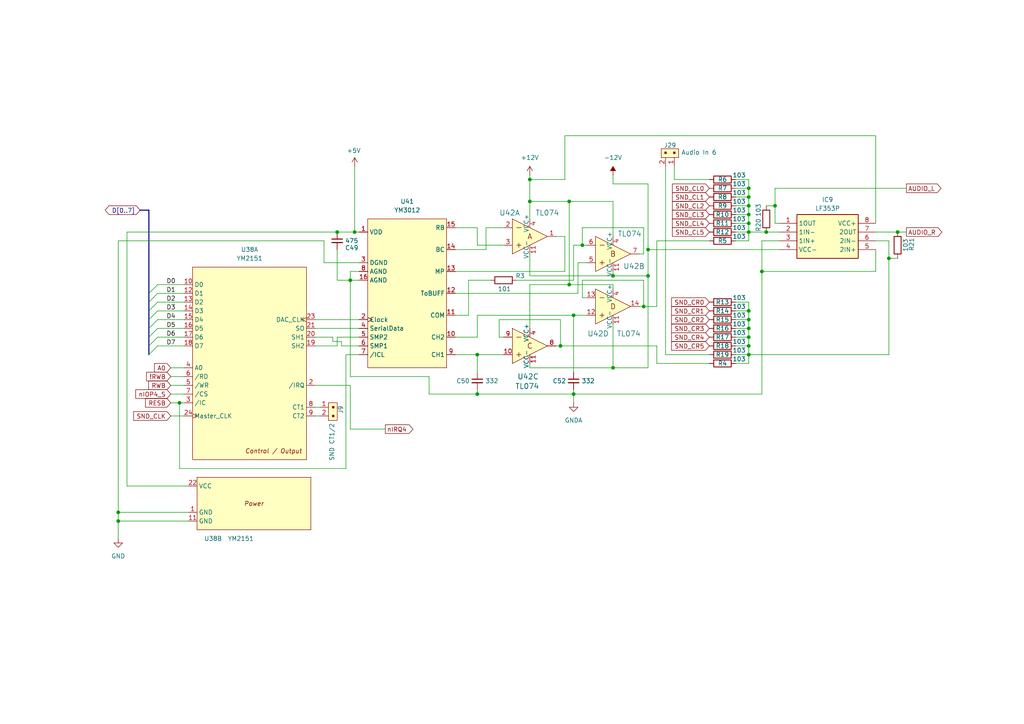
<source format=kicad_sch>
(kicad_sch (version 20250114) (generator "eeschema") (generator_version "9.0")
  (paper "A4")
  (title_block (date "2025-10-27") (rev "1.8C") (company "Data Tuning") (comment 1 "Hydra 16"))
  (lib_symbols
    (symbol "22-23-2021_1" (pin_names (offset 1.016))
      (property "Reference" "J28" (at 3.048 -3.556 0))
      (property "Value" "SND CT1/2" (at -2.032 -1.016 0))
      (symbol "22-23-2021_1_1_1"
        (rectangle (start -1.27 0) (end 3.81 -2.54) (fill (type background)))
        (rectangle (start -0.254 -1.143) (end 0.254 -1.651) (fill (type outline)))
        (rectangle (start 2.286 -1.143) (end 2.794 -1.651) (fill (type outline)))
        (pin passive line (at 0 2.54 270) (length 2.54) (name "~") (number "2"))
        (pin passive line (at 2.54 2.54 270) (length 2.54) (name "~") (number "1"))
      )
    )
    (symbol "Device:C_Small" (pin_numbers (hide yes)) (pin_names (offset 0.254) (hide yes))
      (property "Reference" "C" (at 0.254 1.778 0))
      (property "Value" "C_Small" (at 0.254 -2.032 0))
      (symbol "C_Small_0_1"
        (polyline (pts (xy -1.524 0.508) (xy 1.524 0.508)) (stroke (width 0.3048)))
        (polyline (pts (xy -1.524 -0.508) (xy 1.524 -0.508)) (stroke (width 0.3302)))
      )
      (symbol "C_Small_1_1"
        (pin passive line (at 0 2.54 270) (length 2.032) (name "~") (number "1"))
        (pin passive line (at 0 -2.54 90) (length 2.032) (name "~") (number "2"))
      )
    )
    (symbol "Device:R" (pin_numbers (hide yes)) (pin_names (offset 0))
      (property "Reference" "R" (at 2.032 0 90))
      (property "Value" "R" (at 0 0 90))
      (symbol "R_0_1"
        (rectangle (start -1.016 -2.54) (end 1.016 2.54) (stroke (width 0.254)))
      )
      (symbol "R_1_1"
        (pin passive line (at 0 3.81 270) (length 1.27) (name "~") (number "1"))
        (pin passive line (at 0 -3.81 90) (length 1.27) (name "~") (number "2"))
      )
    )
    (symbol "LF353:LF353P"
      (property "Reference" "IC" (at 24.13 7.62 0))
      (property "Value" "LF353P" (at 24.13 5.08 0))
      (symbol "LF353P_1_1"
        (rectangle (start 5.08 2.54) (end 22.86 -10.16) (stroke (width 0.254)) (fill (type background)))
        (pin passive line (at 0 0 0) (length 5.08) (name "1OUT") (number "1"))
        (pin passive line (at 0 -2.54 0) (length 5.08) (name "1IN-") (number "2"))
        (pin passive line (at 0 -5.08 0) (length 5.08) (name "1IN+") (number "3"))
        (pin passive line (at 0 -7.62 0) (length 5.08) (name "VCC-") (number "4"))
        (pin passive line (at 27.94 0 180) (length 5.08) (name "VCC+") (number "8"))
        (pin passive line (at 27.94 -2.54 180) (length 5.08) (name "2OUT") (number "7"))
        (pin passive line (at 27.94 -5.08 180) (length 5.08) (name "2IN-") (number "6"))
        (pin passive line (at 27.94 -7.62 180) (length 5.08) (name "2IN+") (number "5"))
      )
    )
    (symbol "R_1" (pin_numbers (hide yes)) (pin_names (offset 0))
      (property "Reference" "R21" (at 0 0 90))
      (property "Value" "103" (at -2.286 0 90))
      (symbol "R_1_0_1"
        (rectangle (start -1.016 2.54) (end 1.016 -2.54) (stroke (width 0.254)) (fill (type color)))
      )
      (symbol "R_1_1_1"
        (pin passive line (at 0 3.81 270) (length 1.27) (name "~") (number "1"))
        (pin passive line (at 0 -3.81 90) (length 1.27) (name "~") (number "2"))
      )
    )
    (symbol "R_2" (pin_numbers (hide yes)) (pin_names (offset 0))
      (property "Reference" "R20" (at 0 0 90))
      (property "Value" "103" (at -2.286 -0.254 90))
      (symbol "R_2_0_1"
        (rectangle (start -1.016 2.54) (end 1.016 -2.54) (stroke (width 0.254)) (fill (type color)))
      )
      (symbol "R_2_1_1"
        (pin passive line (at 0 3.81 270) (length 1.27) (name "~") (number "1"))
        (pin passive line (at 0 -3.81 90) (length 1.27) (name "~") (number "2"))
      )
    )
    (symbol "Yamaha 2151-3012:YM2151"
      (property "Reference" "U" (at 3.81 54.61 0))
      (property "Value" "YM2151" (at 31.75 54.61 0))
      (symbol "YM2151_1_1"
        (rectangle (start 2.54 53.34) (end 35.56 -2.54) (fill (type background)))
        (text "Control / Output" (at 34.29 0 0) (effects (font (size 1.27 1.27) (italic yes)) (justify right)))
        (pin input line (at 0 48.26 0) (length 2.54) (name "D0") (number "10"))
        (pin input line (at 0 45.72 0) (length 2.54) (name "D1") (number "12"))
        (pin input line (at 0 43.18 0) (length 2.54) (name "D2") (number "13"))
        (pin input line (at 0 40.64 0) (length 2.54) (name "D3") (number "14"))
        (pin input line (at 0 38.1 0) (length 2.54) (name "D4") (number "15"))
        (pin input line (at 0 35.56 0) (length 2.54) (name "D5") (number "16"))
        (pin input line (at 0 33.02 0) (length 2.54) (name "D6") (number "17"))
        (pin input line (at 0 30.48 0) (length 2.54) (name "D7") (number "18"))
        (pin input line (at 0 24.13 0) (length 2.54) (name "A0") (number "4"))
        (pin input line (at 0 21.59 0) (length 2.54) (name "/RD") (number "6"))
        (pin input line (at 0 19.05 0) (length 2.54) (name "/WR") (number "5"))
        (pin input line (at 0 16.51 0) (length 2.54) (name "/CS") (number "7"))
        (pin input line (at 0 13.97 0) (length 2.54) (name "/IC") (number "3"))
        (pin input clock (at 0 10.16 0) (length 2.54) (name "Master_CLK") (number "24"))
        (pin output clock (at 38.1 38.1 180) (length 2.54) (name "DAC_CLK") (number "23"))
        (pin output line (at 38.1 35.56 180) (length 2.54) (name "SO") (number "21"))
        (pin output line (at 38.1 33.02 180) (length 2.54) (name "SH1") (number "20"))
        (pin output line (at 38.1 30.48 180) (length 2.54) (name "SH2") (number "19"))
        (pin output line (at 38.1 19.05 180) (length 2.54) (name "/IRQ") (number "2"))
        (pin output line (at 38.1 12.7 180) (length 2.54) (name "CT1") (number "8"))
        (pin output line (at 38.1 10.16 180) (length 2.54) (name "CT2") (number "9"))
      )
      (symbol "YM2151_2_1"
        (rectangle (start 2.54 53.34) (end 35.56 38.1) (fill (type background)))
        (text "Power" (at 19.05 45.72 0) (effects (font (size 1.27 1.27) (italic yes))))
        (pin power_in line (at 0 50.8 0) (length 2.54) (name "VCC") (number "22"))
        (pin power_in line (at 0 43.18 0) (length 2.54) (name "GND") (number "1"))
        (pin power_in line (at 0 40.64 0) (length 2.54) (name "GND") (number "11"))
      )
    )
    (symbol "Yamaha 2151-3012:YM3012"
      (property "Reference" "U" (at 3.81 40.64 0))
      (property "Value" "YM3012" (at 21.59 40.64 0))
      (symbol "YM3012_0_1"
        (rectangle (start 2.54 39.37) (end 25.4 -3.81) (fill (type background)))
      )
      (symbol "YM3012_1_1"
        (pin power_in line (at 0 35.56 0) (length 2.54) (name "VDD") (number "1"))
        (pin power_in line (at 0 26.67 0) (length 2.54) (name "DGND") (number "3"))
        (pin power_in line (at 0 24.13 0) (length 2.54) (name "AGND") (number "8"))
        (pin power_in line (at 0 21.59 0) (length 2.54) (name "AGND") (number "16"))
        (pin input clock (at 0 10.16 0) (length 2.54) (name "Clock") (number "2"))
        (pin input line (at 0 7.62 0) (length 2.54) (name "SerialData") (number "4"))
        (pin input line (at 0 5.08 0) (length 2.54) (name "SMP2") (number "5"))
        (pin input line (at 0 2.54 0) (length 2.54) (name "SMP1") (number "6"))
        (pin input line (at 0 0 0) (length 2.54) (name "/ICL") (number "7"))
        (pin input line (at 27.94 36.83 180) (length 2.54) (name "RB") (number "15"))
        (pin passive line (at 27.94 30.48 180) (length 2.54) (name "BC") (number "14"))
        (pin input line (at 27.94 24.13 180) (length 2.54) (name "MP") (number "13"))
        (pin output line (at 27.94 17.78 180) (length 2.54) (name "ToBUFF") (number "12"))
        (pin input line (at 27.94 11.43 180) (length 2.54) (name "COM") (number "11"))
        (pin output line (at 27.94 5.08 180) (length 2.54) (name "CH2") (number "10"))
        (pin output line (at 27.94 0 180) (length 2.54) (name "CH1") (number "9"))
      )
    )
    (symbol "dk_Linear-Amplifiers-Instrumentation-OP-Amps-Buffer-Amps:TL074CN" (pin_names (offset 0))
      (property "Reference" "U" (at -5.08 6.35 0))
      (property "Value" "TL074CN" (at 5.08 -5.08 0))
      (symbol "TL074CN_0_0"
        (polyline (pts (xy -5.08 5.08) (xy -5.08 -5.08) (xy 5.08 0) (xy -5.08 5.08)) (fill (type background)))
        (polyline (pts (xy -3.81 2.54) (xy -2.54 2.54)))
        (polyline (pts (xy -3.81 -2.54) (xy -2.54 -2.54)))
        (polyline (pts (xy -3.175 -1.905) (xy -3.175 -3.175)))
      )
      (symbol "TL074CN_1_0"
        (text "A" (at 0 0 0) (effects (font (size 1.524 1.524))))
      )
      (symbol "TL074CN_1_1"
        (pin input line (at -7.62 2.54 0) (length 2.54) (name "~") (number "2"))
        (pin input line (at -7.62 -2.54 0) (length 2.54) (name "~") (number "3"))
        (pin power_in line (at 0 5.08 270) (length 2.54) (name "VCC+") (number "4"))
        (pin power_in line (at 0 -5.08 90) (length 2.54) (name "VCC-") (number "11"))
        (pin output line (at 7.62 0 180) (length 2.54) (name "~") (number "1"))
      )
      (symbol "TL074CN_2_0"
        (text "B" (at 0 0 0) (effects (font (size 1.524 1.524))))
      )
      (symbol "TL074CN_2_1"
        (pin input line (at -7.62 2.54 0) (length 2.54) (name "~") (number "6"))
        (pin input line (at -7.62 -2.54 0) (length 2.54) (name "~") (number "5"))
        (pin power_in line (at 0 5.08 270) (length 2.54) (name "VCC+") (number "4"))
        (pin power_in line (at 0 -5.08 90) (length 2.54) (name "VCC-") (number "11"))
        (pin output line (at 7.62 0 180) (length 2.54) (name "~") (number "7"))
      )
      (symbol "TL074CN_3_0"
        (text "C" (at 0 0 0) (effects (font (size 1.524 1.524))))
      )
      (symbol "TL074CN_3_1"
        (pin input line (at -7.62 2.54 0) (length 2.54) (name "~") (number "9"))
        (pin input line (at -7.62 -2.54 0) (length 2.54) (name "~") (number "10"))
        (pin power_in line (at 0 5.08 270) (length 2.54) (name "VCC+") (number "4"))
        (pin power_in line (at 0 -5.08 90) (length 2.54) (name "VCC-") (number "11"))
        (pin output line (at 7.62 0 180) (length 2.54) (name "~") (number "8"))
      )
      (symbol "TL074CN_4_0"
        (text "D" (at 0 0 0) (effects (font (size 1.524 1.524))))
      )
      (symbol "TL074CN_4_1"
        (pin input line (at -7.62 2.54 0) (length 2.54) (name "~") (number "13"))
        (pin input line (at -7.62 -2.54 0) (length 2.54) (name "~") (number "12"))
        (pin power_in line (at 0 5.08 270) (length 2.54) (name "VCC+") (number "4"))
        (pin power_in line (at 0 -5.08 90) (length 2.54) (name "VCC-") (number "11"))
        (pin output line (at 7.62 0 180) (length 2.54) (name "~") (number "14"))
      )
    )
    (symbol "dk_Rectangular-Connectors-Headers-Male-Pins:22-23-2021" (pin_names (offset 1.016))
      (property "Reference" "J" (at -2.54 1.27 0))
      (property "Value" "22-23-2021" (at 1.27 -3.81 0))
      (symbol "22-23-2021_1_1"
        (rectangle (start -1.27 0) (end 3.81 -2.54) (fill (type background)))
        (rectangle (start -0.254 -1.143) (end 0.254 -1.651) (fill (type outline)))
        (rectangle (start 2.286 -1.143) (end 2.794 -1.651) (fill (type outline)))
        (pin passive line (at 0 2.54 270) (length 2.54) (name "~") (number "1"))
        (pin passive line (at 2.54 2.54 270) (length 2.54) (name "~") (number "2"))
      )
    )
    (symbol "power:+12V" (power) (pin_numbers (hide yes)) (pin_names (offset 0) (hide yes))
      (property "Value" "+12V" (at 0 3.556 0))
      (symbol "+12V_0_1"
        (polyline (pts (xy -0.762 1.27) (xy 0 2.54)))
        (polyline (pts (xy 0 2.54) (xy 0.762 1.27)))
        (polyline (pts (xy 0 0) (xy 0 2.54)))
      )
      (symbol "+12V_1_1"
        (pin power_in line (at 0 0 90) (length 0) (name "~") (number "1"))
      )
    )
    (symbol "power:+5V" (power) (pin_numbers (hide yes)) (pin_names (offset 0) (hide yes))
      (property "Value" "+5V" (at 0 3.556 0))
      (symbol "+5V_0_1"
        (polyline (pts (xy -0.762 1.27) (xy 0 2.54)))
        (polyline (pts (xy 0 2.54) (xy 0.762 1.27)))
        (polyline (pts (xy 0 0) (xy 0 2.54)))
      )
      (symbol "+5V_1_1"
        (pin power_in line (at 0 0 90) (length 0) (name "~") (number "1"))
      )
    )
    (symbol "power:-12V" (power) (pin_numbers (hide yes)) (pin_names (offset 0) (hide yes))
      (property "Value" "-12V" (at 0 3.556 0))
      (symbol "-12V_0_0"
        (pin power_in line (at 0 0 90) (length 0) (name "~") (number "1"))
      )
      (symbol "-12V_0_1"
        (polyline (pts (xy 0 0) (xy 0 1.27) (xy 0.762 1.27) (xy 0 2.54) (xy -0.762 1.27) (xy 0 1.27)) (fill (type outline)))
      )
    )
    (symbol "power:GND" (power) (pin_numbers (hide yes)) (pin_names (offset 0) (hide yes))
      (property "Value" "GND" (at 0 -3.81 0))
      (symbol "GND_0_1"
        (polyline (pts (xy 0 0) (xy 0 -1.27) (xy 1.27 -1.27) (xy 0 -2.54) (xy -1.27 -1.27) (xy 0 -1.27)))
      )
      (symbol "GND_1_1"
        (pin power_in line (at 0 0 270) (length 0) (name "~") (number "1"))
      )
    )
    (symbol "power:GNDA" (power) (pin_numbers (hide yes)) (pin_names (offset 0) (hide yes))
      (property "Value" "GNDA" (at 0 -3.81 0))
      (symbol "GNDA_0_1"
        (polyline (pts (xy 0 0) (xy 0 -1.27) (xy 1.27 -1.27) (xy 0 -2.54) (xy -1.27 -1.27) (xy 0 -1.27)))
      )
      (symbol "GNDA_1_1"
        (pin power_in line (at 0 0 270) (length 0) (name "~") (number "1"))
      )
    )
  )
  (junction (at 177.8 80.01))
  (junction (at 177.8 106.68))
  (junction (at 217.17 97.79))
  (junction (at 101.6 81.28))
  (junction (at 217.17 67.31))
  (junction (at 217.17 57.15))
  (junction (at 187.96 72.39))
  (junction (at 220.98 78.74))
  (junction (at 168.91 71.12))
  (junction (at 153.67 58.42))
  (junction (at 217.17 92.71))
  (junction (at 186.69 88.9))
  (junction (at 222.25 67.31))
  (junction (at 257.81 74.93))
  (junction (at 217.17 62.23))
  (junction (at 217.17 64.77))
  (junction (at 165.1 82.55))
  (junction (at 34.29 148.59))
  (junction (at 217.17 54.61))
  (junction (at 217.17 95.25))
  (junction (at 138.43 114.3))
  (junction (at 162.56 100.33))
  (junction (at 97.79 67.31))
  (junction (at 260.35 67.31))
  (junction (at 138.43 102.87))
  (junction (at 34.29 151.13))
  (junction (at 224.79 59.69))
  (junction (at 217.17 100.33))
  (junction (at 153.67 52.07))
  (junction (at 102.87 67.31))
  (junction (at 166.37 114.3))
  (junction (at 165.1 58.42))
  (junction (at 52.07 116.84))
  (junction (at 187.96 80.01))
  (junction (at 217.17 90.17))
  (junction (at 217.17 102.87))
  (junction (at 166.37 91.44))
  (junction (at 217.17 59.69))
  (bus_entry (at 45.72 85.09) (size -2.54 2.54))
  (bus_entry (at 45.72 87.63) (size -2.54 2.54))
  (bus_entry (at 45.72 100.33) (size -2.54 2.54))
  (bus_entry (at 45.72 95.25) (size -2.54 2.54))
  (bus_entry (at 45.72 97.79) (size -2.54 2.54))
  (bus_entry (at 45.72 90.17) (size -2.54 2.54))
  (bus_entry (at 45.72 82.55) (size -2.54 2.54))
  (bus_entry (at 45.72 92.71) (size -2.54 2.54))
  (wire (pts (xy 91.44 97.79) (xy 96.52 97.79)))
  (wire (pts (xy 213.36 59.69) (xy 217.17 59.69)))
  (wire (pts (xy 34.29 151.13) (xy 34.29 156.21)))
  (wire (pts (xy 177.8 78.74) (xy 177.8 80.01)))
  (wire (pts (xy 153.67 63.5) (xy 153.67 58.42)))
  (wire (pts (xy 144.78 92.71) (xy 162.56 92.71)))
  (wire (pts (xy 190.5 88.9) (xy 186.69 88.9)))
  (wire (pts (xy 165.1 58.42) (xy 165.1 82.55)))
  (wire (pts (xy 190.5 69.85) (xy 205.74 69.85)))
  (wire (pts (xy 45.72 90.17) (xy 53.34 90.17)))
  (wire (pts (xy 213.36 92.71) (xy 217.17 92.71)))
  (wire (pts (xy 102.87 67.31) (xy 104.14 67.31)))
  (wire (pts (xy 167.64 85.09) (xy 167.64 76.2)))
  (wire (pts (xy 49.53 109.22) (xy 53.34 109.22)))
  (wire (pts (xy 101.6 111.76) (xy 91.44 111.76)))
  (wire (pts (xy 101.6 109.22) (xy 124.46 109.22)))
  (wire (pts (xy 177.8 53.34) (xy 187.96 53.34)))
  (wire (pts (xy 104.14 76.2) (xy 93.98 76.2)))
  (wire (pts (xy 53.34 116.84) (xy 52.07 116.84)))
  (wire (pts (xy 217.17 95.25) (xy 217.17 97.79)))
  (wire (pts (xy 124.46 114.3) (xy 138.43 114.3)))
  (wire (pts (xy 187.96 80.01) (xy 187.96 106.68)))
  (wire (pts (xy 34.29 69.85) (xy 93.98 69.85)))
  (wire (pts (xy 96.52 97.79) (xy 96.52 99.06)))
  (bus (pts (xy 43.18 97.79) (xy 43.18 100.33)))
  (wire (pts (xy 101.6 81.28) (xy 97.79 81.28)))
  (wire (pts (xy 217.17 69.85) (xy 217.17 67.31)))
  (wire (pts (xy 161.29 100.33) (xy 162.56 100.33)))
  (wire (pts (xy 111.76 124.46) (xy 101.6 124.46)))
  (wire (pts (xy 49.53 120.65) (xy 53.34 120.65)))
  (wire (pts (xy 222.25 67.31) (xy 226.06 67.31)))
  (wire (pts (xy 177.8 80.01) (xy 187.96 80.01)))
  (bus (pts (xy 43.18 90.17) (xy 43.18 92.71)))
  (wire (pts (xy 144.78 97.79) (xy 144.78 92.71)))
  (wire (pts (xy 220.98 78.74) (xy 254 78.74)))
  (wire (pts (xy 97.79 97.79) (xy 97.79 100.33)))
  (wire (pts (xy 213.36 102.87) (xy 217.17 102.87)))
  (wire (pts (xy 162.56 92.71) (xy 162.56 100.33)))
  (wire (pts (xy 257.81 74.93) (xy 260.35 74.93)))
  (wire (pts (xy 96.52 99.06) (xy 99.06 99.06)))
  (wire (pts (xy 99.06 100.33) (xy 104.14 100.33)))
  (wire (pts (xy 217.17 105.41) (xy 217.17 102.87)))
  (wire (pts (xy 92.71 120.65) (xy 91.44 120.65)))
  (wire (pts (xy 146.05 97.79) (xy 144.78 97.79)))
  (wire (pts (xy 165.1 82.55) (xy 153.67 82.55)))
  (wire (pts (xy 213.36 105.41) (xy 217.17 105.41)))
  (wire (pts (xy 217.17 100.33) (xy 217.17 102.87)))
  (wire (pts (xy 217.17 64.77) (xy 217.17 67.31)))
  (wire (pts (xy 222.25 59.69) (xy 224.79 59.69)))
  (wire (pts (xy 213.36 95.25) (xy 217.17 95.25)))
  (wire (pts (xy 217.17 87.63) (xy 217.17 90.17)))
  (wire (pts (xy 187.96 72.39) (xy 226.06 72.39)))
  (wire (pts (xy 165.1 58.42) (xy 177.8 58.42)))
  (wire (pts (xy 166.37 114.3) (xy 166.37 116.84)))
  (bus (pts (xy 43.18 100.33) (xy 43.18 102.87)))
  (wire (pts (xy 167.64 76.2) (xy 170.18 76.2)))
  (wire (pts (xy 213.36 67.31) (xy 217.17 67.31)))
  (wire (pts (xy 213.36 69.85) (xy 217.17 69.85)))
  (bus (pts (xy 43.18 95.25) (xy 43.18 97.79)))
  (wire (pts (xy 132.08 66.04) (xy 138.43 66.04)))
  (wire (pts (xy 166.37 114.3) (xy 138.43 114.3)))
  (wire (pts (xy 91.44 100.33) (xy 97.79 100.33)))
  (wire (pts (xy 153.67 106.68) (xy 153.67 105.41)))
  (wire (pts (xy 138.43 102.87) (xy 146.05 102.87)))
  (wire (pts (xy 262.89 54.61) (xy 224.79 54.61)))
  (wire (pts (xy 254 39.37) (xy 163.83 39.37)))
  (wire (pts (xy 45.72 87.63) (xy 53.34 87.63)))
  (wire (pts (xy 101.6 78.74) (xy 101.6 81.28)))
  (wire (pts (xy 49.53 106.68) (xy 53.34 106.68)))
  (wire (pts (xy 92.71 118.11) (xy 91.44 118.11)))
  (wire (pts (xy 45.72 82.55) (xy 53.34 82.55)))
  (wire (pts (xy 257.81 74.93) (xy 257.81 102.87)))
  (wire (pts (xy 168.91 81.28) (xy 186.69 81.28)))
  (wire (pts (xy 166.37 114.3) (xy 220.98 114.3)))
  (wire (pts (xy 187.96 53.34) (xy 187.96 72.39)))
  (wire (pts (xy 260.35 67.31) (xy 262.89 67.31)))
  (wire (pts (xy 226.06 69.85) (xy 220.98 69.85)))
  (wire (pts (xy 254 78.74) (xy 254 72.39)))
  (wire (pts (xy 101.6 78.74) (xy 104.14 78.74)))
  (wire (pts (xy 213.36 64.77) (xy 217.17 64.77)))
  (wire (pts (xy 54.61 148.59) (xy 34.29 148.59)))
  (wire (pts (xy 168.91 71.12) (xy 170.18 71.12)))
  (wire (pts (xy 138.43 66.04) (xy 138.43 71.12)))
  (wire (pts (xy 93.98 76.2) (xy 93.98 69.85)))
  (wire (pts (xy 190.5 69.85) (xy 190.5 88.9)))
  (wire (pts (xy 166.37 81.28) (xy 166.37 71.12)))
  (wire (pts (xy 100.33 135.89) (xy 100.33 102.87)))
  (wire (pts (xy 190.5 100.33) (xy 190.5 105.41)))
  (wire (pts (xy 153.67 50.8) (xy 153.67 52.07)))
  (wire (pts (xy 220.98 114.3) (xy 220.98 78.74)))
  (wire (pts (xy 213.36 97.79) (xy 217.17 97.79)))
  (wire (pts (xy 170.18 86.36) (xy 168.91 86.36)))
  (wire (pts (xy 166.37 107.95) (xy 166.37 91.44)))
  (wire (pts (xy 187.96 72.39) (xy 187.96 80.01)))
  (wire (pts (xy 166.37 71.12) (xy 168.91 71.12)))
  (wire (pts (xy 177.8 58.42) (xy 177.8 68.58)))
  (wire (pts (xy 254 39.37) (xy 254 64.77)))
  (bus (pts (xy 43.18 87.63) (xy 43.18 90.17)))
  (wire (pts (xy 186.69 66.04) (xy 186.69 73.66)))
  (wire (pts (xy 213.36 90.17) (xy 217.17 90.17)))
  (wire (pts (xy 257.81 69.85) (xy 257.81 74.93)))
  (wire (pts (xy 49.53 114.3) (xy 53.34 114.3)))
  (wire (pts (xy 138.43 71.12) (xy 146.05 71.12)))
  (wire (pts (xy 138.43 91.44) (xy 166.37 91.44)))
  (wire (pts (xy 193.04 48.26) (xy 193.04 102.87)))
  (wire (pts (xy 45.72 97.79) (xy 53.34 97.79)))
  (wire (pts (xy 168.91 66.04) (xy 186.69 66.04)))
  (wire (pts (xy 213.36 57.15) (xy 217.17 57.15)))
  (wire (pts (xy 54.61 140.97) (xy 36.83 140.97)))
  (wire (pts (xy 52.07 116.84) (xy 52.07 135.89)))
  (wire (pts (xy 217.17 92.71) (xy 217.17 95.25)))
  (wire (pts (xy 124.46 109.22) (xy 124.46 114.3)))
  (wire (pts (xy 168.91 86.36) (xy 168.91 81.28)))
  (wire (pts (xy 153.67 52.07) (xy 153.67 58.42)))
  (wire (pts (xy 162.56 100.33) (xy 190.5 100.33)))
  (wire (pts (xy 217.17 52.07) (xy 217.17 54.61)))
  (wire (pts (xy 186.69 81.28) (xy 186.69 88.9)))
  (wire (pts (xy 187.96 106.68) (xy 177.8 106.68)))
  (wire (pts (xy 163.83 52.07) (xy 153.67 52.07)))
  (wire (pts (xy 140.97 66.04) (xy 146.05 66.04)))
  (wire (pts (xy 91.44 95.25) (xy 104.14 95.25)))
  (wire (pts (xy 153.67 73.66) (xy 153.67 80.01)))
  (wire (pts (xy 163.83 68.58) (xy 161.29 68.58)))
  (wire (pts (xy 100.33 102.87) (xy 104.14 102.87)))
  (wire (pts (xy 205.74 102.87) (xy 193.04 102.87)))
  (wire (pts (xy 49.53 111.76) (xy 53.34 111.76)))
  (wire (pts (xy 91.44 92.71) (xy 104.14 92.71)))
  (wire (pts (xy 153.67 58.42) (xy 165.1 58.42)))
  (bus (pts (xy 43.18 85.09) (xy 43.18 87.63)))
  (wire (pts (xy 213.36 87.63) (xy 217.17 87.63)))
  (wire (pts (xy 34.29 148.59) (xy 34.29 151.13)))
  (wire (pts (xy 217.17 90.17) (xy 217.17 92.71)))
  (wire (pts (xy 217.17 57.15) (xy 217.17 59.69)))
  (wire (pts (xy 166.37 91.44) (xy 170.18 91.44)))
  (wire (pts (xy 224.79 64.77) (xy 226.06 64.77)))
  (wire (pts (xy 217.17 62.23) (xy 217.17 64.77)))
  (wire (pts (xy 153.67 80.01) (xy 177.8 80.01)))
  (wire (pts (xy 97.79 72.39) (xy 97.79 81.28)))
  (wire (pts (xy 36.83 67.31) (xy 97.79 67.31)))
  (wire (pts (xy 213.36 54.61) (xy 217.17 54.61)))
  (wire (pts (xy 217.17 67.31) (xy 222.25 67.31)))
  (wire (pts (xy 195.58 52.07) (xy 195.58 48.26)))
  (wire (pts (xy 97.79 67.31) (xy 102.87 67.31)))
  (wire (pts (xy 52.07 135.89) (xy 100.33 135.89)))
  (bus (pts (xy 43.18 60.96) (xy 43.18 85.09)))
  (wire (pts (xy 102.87 48.26) (xy 102.87 67.31)))
  (wire (pts (xy 177.8 83.82) (xy 177.8 82.55)))
  (wire (pts (xy 135.89 81.28) (xy 135.89 91.44)))
  (wire (pts (xy 135.89 81.28) (xy 142.24 81.28)))
  (wire (pts (xy 254 69.85) (xy 257.81 69.85)))
  (wire (pts (xy 195.58 52.07) (xy 205.74 52.07)))
  (bus (pts (xy 43.18 92.71) (xy 43.18 95.25)))
  (wire (pts (xy 213.36 62.23) (xy 217.17 62.23)))
  (wire (pts (xy 217.17 54.61) (xy 217.17 57.15)))
  (wire (pts (xy 220.98 69.85) (xy 220.98 78.74)))
  (wire (pts (xy 45.72 85.09) (xy 53.34 85.09)))
  (wire (pts (xy 153.67 106.68) (xy 177.8 106.68)))
  (wire (pts (xy 186.69 73.66) (xy 185.42 73.66)))
  (wire (pts (xy 45.72 100.33) (xy 53.34 100.33)))
  (wire (pts (xy 132.08 97.79) (xy 138.43 97.79)))
  (wire (pts (xy 101.6 124.46) (xy 101.6 111.76)))
  (bus (pts (xy 40.64 60.96) (xy 43.18 60.96)))
  (wire (pts (xy 153.67 82.55) (xy 153.67 95.25)))
  (wire (pts (xy 132.08 91.44) (xy 135.89 91.44)))
  (wire (pts (xy 165.1 82.55) (xy 177.8 82.55)))
  (wire (pts (xy 177.8 93.98) (xy 177.8 106.68)))
  (wire (pts (xy 163.83 78.74) (xy 163.83 68.58)))
  (wire (pts (xy 34.29 151.13) (xy 54.61 151.13)))
  (wire (pts (xy 224.79 59.69) (xy 224.79 64.77)))
  (wire (pts (xy 163.83 39.37) (xy 163.83 52.07)))
  (wire (pts (xy 168.91 71.12) (xy 168.91 66.04)))
  (wire (pts (xy 190.5 105.41) (xy 205.74 105.41)))
  (wire (pts (xy 224.79 54.61) (xy 224.79 59.69)))
  (wire (pts (xy 132.08 85.09) (xy 167.64 85.09)))
  (wire (pts (xy 36.83 140.97) (xy 36.83 67.31)))
  (wire (pts (xy 138.43 107.95) (xy 138.43 102.87)))
  (wire (pts (xy 257.81 102.87) (xy 217.17 102.87)))
  (wire (pts (xy 138.43 114.3) (xy 138.43 113.03)))
  (wire (pts (xy 104.14 81.28) (xy 101.6 81.28)))
  (wire (pts (xy 185.42 88.9) (xy 186.69 88.9)))
  (wire (pts (xy 254 67.31) (xy 260.35 67.31)))
  (wire (pts (xy 213.36 52.07) (xy 217.17 52.07)))
  (wire (pts (xy 166.37 113.03) (xy 166.37 114.3)))
  (wire (pts (xy 49.53 116.84) (xy 52.07 116.84)))
  (wire (pts (xy 149.86 81.28) (xy 166.37 81.28)))
  (wire (pts (xy 34.29 69.85) (xy 34.29 148.59)))
  (wire (pts (xy 45.72 95.25) (xy 53.34 95.25)))
  (wire (pts (xy 99.06 99.06) (xy 99.06 100.33)))
  (wire (pts (xy 177.8 50.8) (xy 177.8 53.34)))
  (wire (pts (xy 132.08 72.39) (xy 140.97 72.39)))
  (wire (pts (xy 101.6 81.28) (xy 101.6 109.22)))
  (wire (pts (xy 132.08 102.87) (xy 138.43 102.87)))
  (wire (pts (xy 104.14 97.79) (xy 97.79 97.79)))
  (wire (pts (xy 217.17 59.69) (xy 217.17 62.23)))
  (wire (pts (xy 132.08 78.74) (xy 163.83 78.74)))
  (wire (pts (xy 138.43 97.79) (xy 138.43 91.44)))
  (wire (pts (xy 140.97 72.39) (xy 140.97 66.04)))
  (wire (pts (xy 217.17 97.79) (xy 217.17 100.33)))
  (wire (pts (xy 45.72 92.71) (xy 53.34 92.71)))
  (wire (pts (xy 213.36 100.33) (xy 217.17 100.33)))
  (label "D4" (at 48.26 92.71 0))
  (label "D7" (at 48.26 100.33 0))
  (label "D1" (at 48.26 85.09 0))
  (label "D5" (at 48.26 95.25 0))
  (label "D2" (at 48.26 87.63 0))
  (label "D3" (at 48.26 90.17 0))
  (label "D0" (at 48.26 82.55 0))
  (label "D6" (at 48.26 97.79 0))
  (global_label "SND_CL5" (shape input) (at 205.74 67.31 180) (property "Intersheetrefs" "${INTERSHEET_REFS}" (effects (hide yes))))
  (global_label "SND_CL3" (shape input) (at 205.74 62.23 180) (property "Intersheetrefs" "${INTERSHEET_REFS}" (effects (hide yes))))
  (global_label "SND_CR0" (shape input) (at 205.74 87.63 180) (property "Intersheetrefs" "${INTERSHEET_REFS}" (effects (hide yes))))
  (global_label "nIOP4_S" (shape input) (at 49.53 114.3 180) (property "Intersheetrefs" "${INTERSHEET_REFS}" (effects (hide yes))))
  (global_label "nIRQ4" (shape output) (at 111.76 124.46 0) (property "Intersheetrefs" "${INTERSHEET_REFS}" (effects (hide yes))))
  (global_label "SND_CL4" (shape input) (at 205.74 64.77 180) (property "Intersheetrefs" "${INTERSHEET_REFS}" (effects (hide yes))))
  (global_label "A0" (shape input) (at 49.53 106.68 180) (property "Intersheetrefs" "${INTERSHEET_REFS}" (effects (hide yes))))
  (global_label "SND_CL1" (shape input) (at 205.74 57.15 180) (property "Intersheetrefs" "${INTERSHEET_REFS}" (effects (hide yes))))
  (global_label "!RWB" (shape input) (at 49.53 109.22 180) (property "Intersheetrefs" "${INTERSHEET_REFS}" (effects (hide yes))))
  (global_label "SND_CR1" (shape input) (at 205.74 90.17 180) (property "Intersheetrefs" "${INTERSHEET_REFS}" (effects (hide yes))))
  (global_label "AUDIO_L" (shape output) (at 262.89 54.61 0) (property "Intersheetrefs" "${INTERSHEET_REFS}" (effects (hide yes))))
  (global_label "SND_CR4" (shape input) (at 205.74 97.79 180) (property "Intersheetrefs" "${INTERSHEET_REFS}" (effects (hide yes))))
  (global_label "SND_CR5" (shape input) (at 205.74 100.33 180) (property "Intersheetrefs" "${INTERSHEET_REFS}" (effects (hide yes))))
  (global_label "D[0..7]" (shape tri_state) (at 40.64 60.96 180) (property "Intersheetrefs" "${INTERSHEET_REFS}" (effects (hide yes))))
  (global_label "AUDIO_R" (shape output) (at 262.89 67.31 0) (property "Intersheetrefs" "${INTERSHEET_REFS}" (effects (hide yes))))
  (global_label "SND_CL0" (shape input) (at 205.74 54.61 180) (property "Intersheetrefs" "${INTERSHEET_REFS}" (effects (hide yes))))
  (global_label "RESB" (shape input) (at 49.53 116.84 180) (property "Intersheetrefs" "${INTERSHEET_REFS}" (effects (hide yes))))
  (global_label "SND_CL2" (shape input) (at 205.74 59.69 180) (property "Intersheetrefs" "${INTERSHEET_REFS}" (effects (hide yes))))
  (global_label "SND_CR2" (shape input) (at 205.74 92.71 180) (property "Intersheetrefs" "${INTERSHEET_REFS}" (effects (hide yes))))
  (global_label "SND_CR3" (shape input) (at 205.74 95.25 180) (property "Intersheetrefs" "${INTERSHEET_REFS}" (effects (hide yes))))
  (global_label "SND_CLK" (shape input) (at 49.53 120.65 180) (property "Intersheetrefs" "${INTERSHEET_REFS}" (effects (hide yes))))
  (global_label "RWB" (shape input) (at 49.53 111.76 180) (property "Intersheetrefs" "${INTERSHEET_REFS}" (effects (hide yes))))
  (symbol (lib_id "Device:C_Small") (at 166.37 110.49 0) (unit 1)
    (property "Reference" "C52" (at 160.274 110.49 0) (effects (justify left)))
    (property "Value" "332" (at 168.656 110.49 0) (effects (justify left)))
    (property "Footprint" "Capacitor_THT:C_Disc_D5.0mm_W2.5mm_P2.50mm" (effects (hide yes)))
    (property "Description" "Unpolarized capacitor, small symbol" (effects (hide yes)))
  )
  (symbol (lib_id "dk_Linear-Amplifiers-Instrumentation-OP-Amps-Buffer-Amps:TL074CN") (at 177.8 88.9 0) (unit 4)
    (property "Reference" "U42" (at 173.482 96.774 0) (effects (font (size 1.524 1.524))))
    (property "Value" "TL074" (at 182.372 96.774 0) (effects (font (size 1.524 1.524))))
    (property "Footprint" "Package_DIP:DIP-14_W7.62mm_Socket_LongPads" (effects (hide yes)))
    (property "Digi-Key_PN" "296-1777-ND" (effects (hide yes)))
    (property "MPN" "TL074CN" (effects (hide yes)))
    (property "Category" "Integrated Circuits (ICs)" (effects (hide yes)))
    (property "Family" "Linear - Amplifiers - Instrumentation, OP Amps, Buffer Amps" (effects (hide yes)))
    (property "DK_Datasheet_Link" "http://www.ti.com/general/docs/suppproductinfo.tsp?distId=10&gotoUrl=http%3A%2F%2Fwww.ti.com%2Flit%2Fgpn%2Ftl071a" (effects (hide yes)))
    (property "DK_Detail_Page" "/product-detail/en/texas-instruments/TL074CN/296-1777-ND/277423" (effects (hide yes)))
    (property "Description_1" "IC OPAMP JFET 4 CIRCUIT 14DIP" (effects (hide yes)))
    (property "Manufacturer" "Texas Instruments" (effects (hide yes)))
    (property "Status" "Active" (effects (hide yes)))
  )
  (symbol (lib_id "Device:R") (at 146.05 81.28 90) (unit 1)
    (property "Reference" "R3" (at 150.876 80.01 90))
    (property "Value" "101" (at 146.304 83.82 90))
    (property "Footprint" "Resistor_THT:R_Axial_DIN0204_L3.6mm_D1.6mm_P5.08mm_Horizontal" (effects (hide yes)))
    (property "Description" "Resistor" (effects (hide yes)))
  )
  (symbol (lib_id "LF353:LF353P") (at 226.06 64.77 0) (unit 1)
    (property "Reference" "IC9" (at 240.03 57.912 0))
    (property "Value" "LF353P" (at 240.03 60.452 0))
    (property "Footprint" "Package_DIP:DIP-8_W7.62mm_Socket_LongPads" (effects (hide yes)))
    (property "Datasheet" "http://www.ti.com/lit/ds/symlink/lf353.pdf" (effects (hide yes)))
    (property "Description" "Dual General-Purpose JFET-input Operational Amplifier" (effects (hide yes)))
    (property "Height" "5.08" (effects (hide yes)))
    (property "Mouser Part Number" "595-LF353P" (effects (hide yes)))
    (property "Mouser Price/Stock" "https://www.mouser.co.uk/ProductDetail/Texas-Instruments/LF353P?qs=EIjG%252BN7kn%252BnHJN43AgArjw%3D%3D" (effects (hide yes)))
    (property "Manufacturer_Name" "Texas Instruments" (effects (hide yes)))
    (property "Manufacturer_Part_Number" "LF353P" (effects (hide yes)))
  )
  (symbol (lib_id "power:+12V") (at 153.67 50.8 0) (unit 1)
    (property "Reference" "#PWR054" (effects (hide yes)))
    (property "Value" "+12V" (at 153.67 45.72 0))
    (property "Description" "Power symbol creates a global label with name \"+12V\"" (effects (hide yes)))
  )
  (symbol (lib_id "dk_Linear-Amplifiers-Instrumentation-OP-Amps-Buffer-Amps:TL074CN") (at 153.67 68.58 0) (unit 1)
    (property "Reference" "U42" (at 147.828 61.722 0) (effects (font (size 1.524 1.524))))
    (property "Value" "TL074" (at 158.75 61.722 0) (effects (font (size 1.524 1.524))))
    (property "Footprint" "Package_DIP:DIP-14_W7.62mm_Socket_LongPads" (effects (hide yes)))
    (property "Digi-Key_PN" "296-1777-ND" (effects (hide yes)))
    (property "MPN" "TL074CN" (effects (hide yes)))
    (property "Category" "Integrated Circuits (ICs)" (effects (hide yes)))
    (property "Family" "Linear - Amplifiers - Instrumentation, OP Amps, Buffer Amps" (effects (hide yes)))
    (property "DK_Datasheet_Link" "http://www.ti.com/general/docs/suppproductinfo.tsp?distId=10&gotoUrl=http%3A%2F%2Fwww.ti.com%2Flit%2Fgpn%2Ftl071a" (effects (hide yes)))
    (property "DK_Detail_Page" "/product-detail/en/texas-instruments/TL074CN/296-1777-ND/277423" (effects (hide yes)))
    (property "Description_1" "IC OPAMP JFET 4 CIRCUIT 14DIP" (effects (hide yes)))
    (property "Manufacturer" "Texas Instruments" (effects (hide yes)))
    (property "Status" "Active" (effects (hide yes)))
  )
  (symbol (lib_id "Device:C_Small") (at 97.79 69.85 0) (unit 1)
    (property "Reference" "C49" (at 100.076 71.882 0) (effects (justify left)))
    (property "Value" "475" (at 100.076 69.85 0) (effects (justify left)))
    (property "Footprint" "Capacitor_THT:C_Disc_D5.0mm_W2.5mm_P2.50mm" (effects (hide yes)))
    (property "Description" "Unpolarized capacitor, small symbol" (effects (hide yes)))
  )
  (symbol (lib_id "Yamaha 2151-3012:YM3012") (at 104.14 102.87 0) (unit 1)
    (property "Reference" "U41" (at 118.11 58.42 0))
    (property "Value" "YM3012" (at 118.11 60.96 0))
    (property "Footprint" "Package_DIP:DIP-16_W7.62mm_Socket_LongPads" (effects (hide yes)))
  )
  (symbol (lib_id "dk_Linear-Amplifiers-Instrumentation-OP-Amps-Buffer-Amps:TL074CN") (at 177.8 73.66 0) (unit 2)
    (property "Reference" "U42" (at 183.896 77.216 0) (effects (font (size 1.524 1.524))))
    (property "Value" "TL074" (at 182.626 67.818 0) (effects (font (size 1.524 1.524))))
    (property "Footprint" "Package_DIP:DIP-14_W7.62mm_Socket_LongPads" (effects (hide yes)))
    (property "Digi-Key_PN" "296-1777-ND" (effects (hide yes)))
    (property "MPN" "TL074CN" (effects (hide yes)))
    (property "Category" "Integrated Circuits (ICs)" (effects (hide yes)))
    (property "Family" "Linear - Amplifiers - Instrumentation, OP Amps, Buffer Amps" (effects (hide yes)))
    (property "DK_Datasheet_Link" "http://www.ti.com/general/docs/suppproductinfo.tsp?distId=10&gotoUrl=http%3A%2F%2Fwww.ti.com%2Flit%2Fgpn%2Ftl071a" (effects (hide yes)))
    (property "DK_Detail_Page" "/product-detail/en/texas-instruments/TL074CN/296-1777-ND/277423" (effects (hide yes)))
    (property "Description_1" "IC OPAMP JFET 4 CIRCUIT 14DIP" (effects (hide yes)))
    (property "Manufacturer" "Texas Instruments" (effects (hide yes)))
    (property "Status" "Active" (effects (hide yes)))
  )
  (symbol (lib_id "Device:R") (at 209.55 95.25 90) (unit 1)
    (property "Reference" "R16" (at 209.55 95.25 90))
    (property "Value" "103" (at 214.376 93.98 90))
    (property "Footprint" "Resistor_THT:R_Axial_DIN0204_L3.6mm_D1.6mm_P5.08mm_Horizontal" (effects (hide yes)))
    (property "Description" "Resistor" (effects (hide yes)))
  )
  (symbol (lib_id "Device:R") (at 209.55 67.31 90) (unit 1)
    (property "Reference" "R12" (at 209.55 67.31 90))
    (property "Value" "103" (at 214.376 66.04 90))
    (property "Footprint" "Resistor_THT:R_Axial_DIN0204_L3.6mm_D1.6mm_P5.08mm_Horizontal" (effects (hide yes)))
    (property "Description" "Resistor" (effects (hide yes)))
  )
  (symbol (lib_id "Device:R") (at 209.55 64.77 90) (unit 1)
    (property "Reference" "R11" (at 209.55 64.77 90))
    (property "Value" "103" (at 214.376 63.5 90))
    (property "Footprint" "Resistor_THT:R_Axial_DIN0204_L3.6mm_D1.6mm_P5.08mm_Horizontal" (effects (hide yes)))
    (property "Description" "Resistor" (effects (hide yes)))
  )
  (symbol (lib_id "Device:R") (at 209.55 90.17 90) (unit 1)
    (property "Reference" "R14" (at 209.55 90.17 90))
    (property "Value" "103" (at 214.376 88.9 90))
    (property "Footprint" "Resistor_THT:R_Axial_DIN0204_L3.6mm_D1.6mm_P5.08mm_Horizontal" (effects (hide yes)))
    (property "Description" "Resistor" (effects (hide yes)))
  )
  (symbol (lib_id "power:+5V") (at 102.87 48.26 0) (unit 1)
    (property "Reference" "#PWR051" (effects (hide yes)))
    (property "Value" "+5V" (at 102.616 43.688 0))
    (property "Description" "Power symbol creates a global label with name \"+5V\"" (effects (hide yes)))
  )
  (symbol (lib_id "power:GNDA") (at 166.37 116.84 0) (unit 1)
    (property "Reference" "#PWR035" (effects (hide yes)))
    (property "Value" "GNDA" (at 166.37 121.92 0))
    (property "Description" "Power symbol creates a global label with name \"GNDA\" , analog ground" (effects (hide yes)))
  )
  (symbol (lib_id "power:GND") (at 34.29 156.21 0) (unit 1)
    (property "Reference" "#PWR049" (effects (hide yes)))
    (property "Value" "GND" (at 34.29 161.29 0))
    (property "Description" "Power symbol creates a global label with name \"GND\" , ground" (effects (hide yes)))
  )
  (symbol (lib_id "Device:R") (at 209.55 100.33 90) (unit 1)
    (property "Reference" "R18" (at 209.55 100.33 90))
    (property "Value" "103" (at 214.376 99.06 90))
    (property "Footprint" "Resistor_THT:R_Axial_DIN0204_L3.6mm_D1.6mm_P5.08mm_Horizontal" (effects (hide yes)))
    (property "Description" "Resistor" (effects (hide yes)))
  )
  (symbol (lib_id "Device:R") (at 209.55 57.15 90) (unit 1)
    (property "Reference" "R8" (at 209.55 57.15 90))
    (property "Value" "103" (at 214.376 55.88 90))
    (property "Footprint" "Resistor_THT:R_Axial_DIN0204_L3.6mm_D1.6mm_P5.08mm_Horizontal" (effects (hide yes)))
    (property "Description" "Resistor" (effects (hide yes)))
  )
  (symbol (lib_id "power:-12V") (at 177.8 50.8 0) (unit 1)
    (property "Reference" "#PWR060" (effects (hide yes)))
    (property "Value" "-12V" (at 177.8 45.72 0))
    (property "Description" "Power symbol creates a global label with name \"-12V\"" (effects (hide yes)))
  )
  (symbol (lib_name "22-23-2021_1") (lib_id "dk_Rectangular-Connectors-Headers-Male-Pins:22-23-2021") (at 95.25 120.65 90) (unit 1)
    (property "Reference" "J9" (at 98.806 117.602 0) (effects (justify right)))
    (property "Value" "SND CT1/2" (at 96.266 122.682 0) (effects (justify right)))
    (property "Footprint" "Connector_PinHeader_2.54mm:PinHeader_2x01_P2.54mm_Vertical" (effects (hide yes)))
    (property "Datasheet" "https://media.digikey.com/pdf/Data%20Sheets/Molex%20PDFs/A-6373-N_Series_Dwg_2010-12-03.pdf" (effects (hide yes)))
    (property "Description" "CONN HEADER VERT 2POS 2.54MM" (effects (hide yes)))
    (property "Digi-Key_PN" "WM4200-ND" (effects (hide yes)))
    (property "MPN" "22-23-2021" (effects (hide yes)))
    (property "Category" "Connectors, Interconnects" (effects (hide yes)))
    (property "Family" "Rectangular Connectors - Headers, Male Pins" (effects (hide yes)))
    (property "DK_Datasheet_Link" "https://media.digikey.com/pdf/Data%20Sheets/Molex%20PDFs/A-6373-N_Series_Dwg_2010-12-03.pdf" (effects (hide yes)))
    (property "DK_Detail_Page" "/product-detail/en/molex/22-23-2021/WM4200-ND/26667" (effects (hide yes)))
    (property "Description_1" "CONN HEADER VERT 2POS 2.54MM" (effects (hide yes)))
    (property "Manufacturer" "Molex" (effects (hide yes)))
    (property "Status" "Active" (effects (hide yes)))
  )
  (symbol (lib_id "Device:R") (at 209.55 87.63 90) (unit 1)
    (property "Reference" "R13" (at 209.55 87.63 90))
    (property "Value" "103" (at 214.376 86.36 90))
    (property "Footprint" "Resistor_THT:R_Axial_DIN0204_L3.6mm_D1.6mm_P5.08mm_Horizontal" (effects (hide yes)))
    (property "Description" "Resistor" (effects (hide yes)))
  )
  (symbol (lib_id "Device:R") (at 209.55 102.87 90) (unit 1)
    (property "Reference" "R19" (at 209.55 102.87 90))
    (property "Value" "103" (at 214.376 101.6 90))
    (property "Footprint" "Resistor_THT:R_Axial_DIN0204_L3.6mm_D1.6mm_P5.08mm_Horizontal" (effects (hide yes)))
    (property "Description" "Resistor" (effects (hide yes)))
  )
  (symbol (lib_name "R_2") (lib_id "Device:R") (at 222.25 63.5 0) (unit 1)
    (property "Reference" "R20" (at 219.964 65.278 90))
    (property "Value" "103" (at 219.964 60.96 90))
    (property "Footprint" "Resistor_THT:R_Axial_DIN0204_L3.6mm_D1.6mm_P5.08mm_Horizontal" (effects (hide yes)))
    (property "Description" "Resistor" (effects (hide yes)))
  )
  (symbol (lib_id "Device:R") (at 209.55 54.61 90) (unit 1)
    (property "Reference" "R7" (at 209.55 54.61 90))
    (property "Value" "103" (at 214.376 53.34 90))
    (property "Footprint" "Resistor_THT:R_Axial_DIN0204_L3.6mm_D1.6mm_P5.08mm_Horizontal" (effects (hide yes)))
    (property "Description" "Resistor" (effects (hide yes)))
  )
  (symbol (lib_id "Yamaha 2151-3012:YM2151") (at 53.34 130.81 0) (unit 1)
    (property "Reference" "U38" (at 72.39 72.39 0))
    (property "Value" "YM2151" (at 72.39 74.93 0))
    (property "Footprint" "Package_DIP:DIP-24_W15.24mm_Socket_LongPads" (effects (hide yes)))
    (property "Datasheet" "https://fabiensanglard.net/sf2_sound_system/ym2151_datasheet.pdf" (effects (hide yes)))
  )
  (symbol (lib_name "R_1") (lib_id "Device:R") (at 260.35 71.12 180) (unit 1)
    (property "Reference" "R21" (at 264.414 70.866 90))
    (property "Value" "103" (at 262.636 71.12 90))
    (property "Footprint" "Resistor_THT:R_Axial_DIN0204_L3.6mm_D1.6mm_P5.08mm_Horizontal" (effects (hide yes)))
    (property "Description" "Resistor" (effects (hide yes)))
  )
  (symbol (lib_id "Device:R") (at 209.55 97.79 90) (unit 1)
    (property "Reference" "R17" (at 209.55 97.79 90))
    (property "Value" "103" (at 214.376 96.52 90))
    (property "Footprint" "Resistor_THT:R_Axial_DIN0204_L3.6mm_D1.6mm_P5.08mm_Horizontal" (effects (hide yes)))
    (property "Description" "Resistor" (effects (hide yes)))
  )
  (symbol (lib_id "Device:R") (at 209.55 62.23 90) (unit 1)
    (property "Reference" "R10" (at 209.55 62.23 90))
    (property "Value" "103" (at 214.376 60.96 90))
    (property "Footprint" "Resistor_THT:R_Axial_DIN0204_L3.6mm_D1.6mm_P5.08mm_Horizontal" (effects (hide yes)))
    (property "Description" "Resistor" (effects (hide yes)))
  )
  (symbol (lib_id "Device:R") (at 209.55 92.71 90) (unit 1)
    (property "Reference" "R15" (at 209.55 92.71 90))
    (property "Value" "103" (at 214.376 91.44 90))
    (property "Footprint" "Resistor_THT:R_Axial_DIN0204_L3.6mm_D1.6mm_P5.08mm_Horizontal" (effects (hide yes)))
    (property "Description" "Resistor" (effects (hide yes)))
  )
  (symbol (lib_id "Device:R") (at 209.55 59.69 90) (unit 1)
    (property "Reference" "R9" (at 209.55 59.69 90))
    (property "Value" "103" (at 214.376 58.42 90))
    (property "Footprint" "Resistor_THT:R_Axial_DIN0204_L3.6mm_D1.6mm_P5.08mm_Horizontal" (effects (hide yes)))
    (property "Description" "Resistor" (effects (hide yes)))
  )
  (symbol (lib_id "Device:R") (at 209.55 69.85 90) (unit 1)
    (property "Reference" "R5" (at 209.55 69.85 90))
    (property "Value" "103" (at 214.376 68.58 90))
    (property "Footprint" "Resistor_THT:R_Axial_DIN0204_L3.6mm_D1.6mm_P5.08mm_Horizontal" (effects (hide yes)))
    (property "Description" "Resistor" (effects (hide yes)))
  )
  (symbol (lib_id "Device:C_Small") (at 138.43 110.49 0) (unit 1)
    (property "Reference" "C50" (at 132.334 110.49 0) (effects (justify left)))
    (property "Value" "332" (at 140.716 110.49 0) (effects (justify left)))
    (property "Footprint" "Capacitor_THT:C_Disc_D5.0mm_W2.5mm_P2.50mm" (effects (hide yes)))
    (property "Description" "Unpolarized capacitor, small symbol" (effects (hide yes)))
  )
  (symbol (lib_id "Yamaha 2151-3012:YM2151") (at 54.61 191.77 0) (unit 2)
    (property "Reference" "U38" (at 59.182 156.21 0) (effects (justify left)))
    (property "Value" "YM2151" (at 66.04 156.21 0) (effects (justify left)))
    (property "Footprint" "Package_DIP:DIP-24_W15.24mm_Socket_LongPads" (effects (hide yes)))
    (property "Datasheet" "https://fabiensanglard.net/sf2_sound_system/ym2151_datasheet.pdf" (effects (hide yes)))
  )
  (symbol (lib_id "dk_Linear-Amplifiers-Instrumentation-OP-Amps-Buffer-Amps:TL074CN") (at 153.67 100.33 0) (unit 3)
    (property "Reference" "U42" (at 153.162 109.22 0) (effects (font (size 1.524 1.524))))
    (property "Value" "TL074" (at 152.908 112.014 0) (effects (font (size 1.524 1.524))))
    (property "Footprint" "Package_DIP:DIP-14_W7.62mm_Socket_LongPads" (effects (hide yes)))
    (property "Digi-Key_PN" "296-1777-ND" (effects (hide yes)))
    (property "MPN" "TL074CN" (effects (hide yes)))
    (property "Category" "Integrated Circuits (ICs)" (effects (hide yes)))
    (property "Family" "Linear - Amplifiers - Instrumentation, OP Amps, Buffer Amps" (effects (hide yes)))
    (property "DK_Datasheet_Link" "http://www.ti.com/general/docs/suppproductinfo.tsp?distId=10&gotoUrl=http%3A%2F%2Fwww.ti.com%2Flit%2Fgpn%2Ftl071a" (effects (hide yes)))
    (property "DK_Detail_Page" "/product-detail/en/texas-instruments/TL074CN/296-1777-ND/277423" (effects (hide yes)))
    (property "Description_1" "IC OPAMP JFET 4 CIRCUIT 14DIP" (effects (hide yes)))
    (property "Manufacturer" "Texas Instruments" (effects (hide yes)))
    (property "Status" "Active" (effects (hide yes)))
  )
  (symbol (lib_id "dk_Rectangular-Connectors-Headers-Male-Pins:22-23-2021") (at 195.58 45.72 180) (unit 1)
    (property "Reference" "J29" (at 192.532 42.164 0) (effects (justify right)))
    (property "Value" "Audio In 6" (at 197.612 44.196 0) (effects (justify right)))
    (property "Footprint" "Connector_PinHeader_2.54mm:PinHeader_2x01_P2.54mm_Vertical" (effects (hide yes)))
    (property "Datasheet" "https://media.digikey.com/pdf/Data%20Sheets/Molex%20PDFs/A-6373-N_Series_Dwg_2010-12-03.pdf" (effects (hide yes)))
    (property "Description" "CONN HEADER VERT 2POS 2.54MM" (effects (hide yes)))
    (property "Digi-Key_PN" "WM4200-ND" (effects (hide yes)))
    (property "MPN" "22-23-2021" (effects (hide yes)))
    (property "Category" "Connectors, Interconnects" (effects (hide yes)))
    (property "Family" "Rectangular Connectors - Headers, Male Pins" (effects (hide yes)))
    (property "DK_Datasheet_Link" "https://media.digikey.com/pdf/Data%20Sheets/Molex%20PDFs/A-6373-N_Series_Dwg_2010-12-03.pdf" (effects (hide yes)))
    (property "DK_Detail_Page" "/product-detail/en/molex/22-23-2021/WM4200-ND/26667" (effects (hide yes)))
    (property "Description_1" "CONN HEADER VERT 2POS 2.54MM" (effects (hide yes)))
    (property "Manufacturer" "Molex" (effects (hide yes)))
    (property "Status" "Active" (effects (hide yes)))
  )
  (symbol (lib_id "Device:R") (at 209.55 105.41 90) (unit 1)
    (property "Reference" "R4" (at 209.55 105.41 90))
    (property "Value" "103" (at 214.376 104.14 90))
    (property "Footprint" "Resistor_THT:R_Axial_DIN0204_L3.6mm_D1.6mm_P5.08mm_Horizontal" (effects (hide yes)))
    (property "Description" "Resistor" (effects (hide yes)))
  )
  (symbol (lib_id "Device:R") (at 209.55 52.07 90) (unit 1)
    (property "Reference" "R6" (at 209.55 52.07 90))
    (property "Value" "103" (at 214.376 50.8 90))
    (property "Footprint" "Resistor_THT:R_Axial_DIN0204_L3.6mm_D1.6mm_P5.08mm_Horizontal" (effects (hide yes)))
    (property "Description" "Resistor" (effects (hide yes)))
  )
)
</source>
